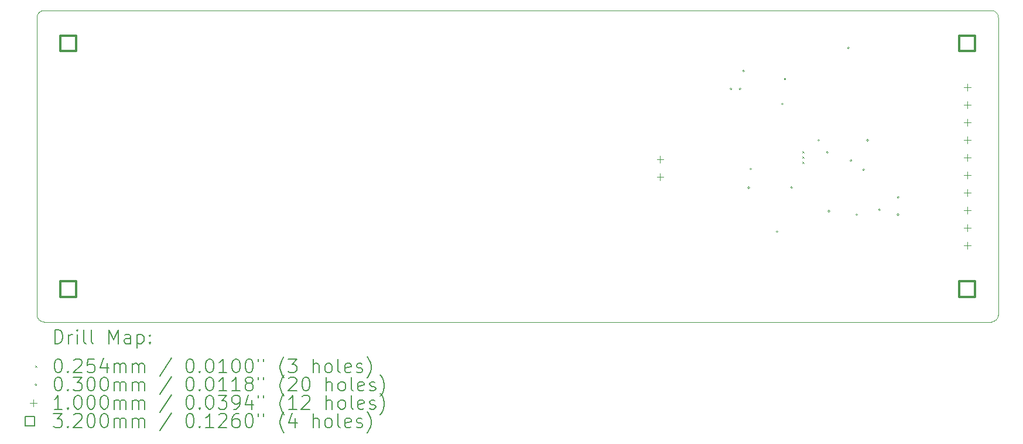
<source format=gbr>
%TF.GenerationSoftware,KiCad,Pcbnew,8.0.5*%
%TF.CreationDate,2024-12-09T00:19:35-08:00*%
%TF.ProjectId,newbatt,6e657762-6174-4742-9e6b-696361645f70,3*%
%TF.SameCoordinates,Original*%
%TF.FileFunction,Drillmap*%
%TF.FilePolarity,Positive*%
%FSLAX45Y45*%
G04 Gerber Fmt 4.5, Leading zero omitted, Abs format (unit mm)*
G04 Created by KiCad (PCBNEW 8.0.5) date 2024-12-09 00:19:35*
%MOMM*%
%LPD*%
G01*
G04 APERTURE LIST*
%ADD10C,0.050000*%
%ADD11C,0.200000*%
%ADD12C,0.100000*%
%ADD13C,0.320000*%
G04 APERTURE END LIST*
D10*
X15400000Y-5900000D02*
G75*
G02*
X15300000Y-6000000I-100000J0D01*
G01*
X1500000Y-1600000D02*
G75*
G02*
X1600000Y-1500000I100000J0D01*
G01*
X1500000Y-1600000D02*
X1500000Y-5900000D01*
X15400000Y-5900000D02*
X15400000Y-1600000D01*
X1600000Y-1500000D02*
X15300000Y-1500000D01*
X1600000Y-6000000D02*
G75*
G02*
X1500000Y-5900000I0J100000D01*
G01*
X1600000Y-6000000D02*
X15300000Y-6000000D01*
X15300000Y-1500000D02*
G75*
G02*
X15400000Y-1600000I0J-100000D01*
G01*
D11*
D12*
X12562300Y-3529820D02*
X12587700Y-3555220D01*
X12587700Y-3529820D02*
X12562300Y-3555220D01*
X12562300Y-3608560D02*
X12587700Y-3633960D01*
X12587700Y-3608560D02*
X12562300Y-3633960D01*
X12562300Y-3687300D02*
X12587700Y-3712700D01*
X12587700Y-3687300D02*
X12562300Y-3712700D01*
X11550000Y-2632500D02*
G75*
G02*
X11520000Y-2632500I-15000J0D01*
G01*
X11520000Y-2632500D02*
G75*
G02*
X11550000Y-2632500I15000J0D01*
G01*
X11680000Y-2632500D02*
G75*
G02*
X11650000Y-2632500I-15000J0D01*
G01*
X11650000Y-2632500D02*
G75*
G02*
X11680000Y-2632500I15000J0D01*
G01*
X11730000Y-2375000D02*
G75*
G02*
X11700000Y-2375000I-15000J0D01*
G01*
X11700000Y-2375000D02*
G75*
G02*
X11730000Y-2375000I15000J0D01*
G01*
X11805000Y-4060000D02*
G75*
G02*
X11775000Y-4060000I-15000J0D01*
G01*
X11775000Y-4060000D02*
G75*
G02*
X11805000Y-4060000I15000J0D01*
G01*
X11835000Y-3790000D02*
G75*
G02*
X11805000Y-3790000I-15000J0D01*
G01*
X11805000Y-3790000D02*
G75*
G02*
X11835000Y-3790000I15000J0D01*
G01*
X12215000Y-4695000D02*
G75*
G02*
X12185000Y-4695000I-15000J0D01*
G01*
X12185000Y-4695000D02*
G75*
G02*
X12215000Y-4695000I15000J0D01*
G01*
X12290000Y-2850000D02*
G75*
G02*
X12260000Y-2850000I-15000J0D01*
G01*
X12260000Y-2850000D02*
G75*
G02*
X12290000Y-2850000I15000J0D01*
G01*
X12330000Y-2490000D02*
G75*
G02*
X12300000Y-2490000I-15000J0D01*
G01*
X12300000Y-2490000D02*
G75*
G02*
X12330000Y-2490000I15000J0D01*
G01*
X12425000Y-4060000D02*
G75*
G02*
X12395000Y-4060000I-15000J0D01*
G01*
X12395000Y-4060000D02*
G75*
G02*
X12425000Y-4060000I15000J0D01*
G01*
X12815000Y-3375000D02*
G75*
G02*
X12785000Y-3375000I-15000J0D01*
G01*
X12785000Y-3375000D02*
G75*
G02*
X12815000Y-3375000I15000J0D01*
G01*
X12940000Y-3550000D02*
G75*
G02*
X12910000Y-3550000I-15000J0D01*
G01*
X12910000Y-3550000D02*
G75*
G02*
X12940000Y-3550000I15000J0D01*
G01*
X12965000Y-4400000D02*
G75*
G02*
X12935000Y-4400000I-15000J0D01*
G01*
X12935000Y-4400000D02*
G75*
G02*
X12965000Y-4400000I15000J0D01*
G01*
X13245000Y-2040000D02*
G75*
G02*
X13215000Y-2040000I-15000J0D01*
G01*
X13215000Y-2040000D02*
G75*
G02*
X13245000Y-2040000I15000J0D01*
G01*
X13285000Y-3670000D02*
G75*
G02*
X13255000Y-3670000I-15000J0D01*
G01*
X13255000Y-3670000D02*
G75*
G02*
X13285000Y-3670000I15000J0D01*
G01*
X13365000Y-4450000D02*
G75*
G02*
X13335000Y-4450000I-15000J0D01*
G01*
X13335000Y-4450000D02*
G75*
G02*
X13365000Y-4450000I15000J0D01*
G01*
X13465000Y-3800000D02*
G75*
G02*
X13435000Y-3800000I-15000J0D01*
G01*
X13435000Y-3800000D02*
G75*
G02*
X13465000Y-3800000I15000J0D01*
G01*
X13525000Y-3375000D02*
G75*
G02*
X13495000Y-3375000I-15000J0D01*
G01*
X13495000Y-3375000D02*
G75*
G02*
X13525000Y-3375000I15000J0D01*
G01*
X13695377Y-4379623D02*
G75*
G02*
X13665377Y-4379623I-15000J0D01*
G01*
X13665377Y-4379623D02*
G75*
G02*
X13695377Y-4379623I15000J0D01*
G01*
X13965000Y-4200000D02*
G75*
G02*
X13935000Y-4200000I-15000J0D01*
G01*
X13935000Y-4200000D02*
G75*
G02*
X13965000Y-4200000I15000J0D01*
G01*
X13965000Y-4450000D02*
G75*
G02*
X13935000Y-4450000I-15000J0D01*
G01*
X13935000Y-4450000D02*
G75*
G02*
X13965000Y-4450000I15000J0D01*
G01*
X10510000Y-3603500D02*
X10510000Y-3703500D01*
X10460000Y-3653500D02*
X10560000Y-3653500D01*
X10510000Y-3857500D02*
X10510000Y-3957500D01*
X10460000Y-3907500D02*
X10560000Y-3907500D01*
X14950000Y-2557000D02*
X14950000Y-2657000D01*
X14900000Y-2607000D02*
X15000000Y-2607000D01*
X14950000Y-2811000D02*
X14950000Y-2911000D01*
X14900000Y-2861000D02*
X15000000Y-2861000D01*
X14950000Y-3065000D02*
X14950000Y-3165000D01*
X14900000Y-3115000D02*
X15000000Y-3115000D01*
X14950000Y-3319000D02*
X14950000Y-3419000D01*
X14900000Y-3369000D02*
X15000000Y-3369000D01*
X14950000Y-3573000D02*
X14950000Y-3673000D01*
X14900000Y-3623000D02*
X15000000Y-3623000D01*
X14950000Y-3827000D02*
X14950000Y-3927000D01*
X14900000Y-3877000D02*
X15000000Y-3877000D01*
X14950000Y-4081000D02*
X14950000Y-4181000D01*
X14900000Y-4131000D02*
X15000000Y-4131000D01*
X14950000Y-4335000D02*
X14950000Y-4435000D01*
X14900000Y-4385000D02*
X15000000Y-4385000D01*
X14950000Y-4589000D02*
X14950000Y-4689000D01*
X14900000Y-4639000D02*
X15000000Y-4639000D01*
X14950000Y-4843000D02*
X14950000Y-4943000D01*
X14900000Y-4893000D02*
X15000000Y-4893000D01*
D13*
X2063138Y-2088138D02*
X2063138Y-1861862D01*
X1836862Y-1861862D01*
X1836862Y-2088138D01*
X2063138Y-2088138D01*
X2063138Y-5638138D02*
X2063138Y-5411862D01*
X1836862Y-5411862D01*
X1836862Y-5638138D01*
X2063138Y-5638138D01*
X15063138Y-2088138D02*
X15063138Y-1861862D01*
X14836862Y-1861862D01*
X14836862Y-2088138D01*
X15063138Y-2088138D01*
X15063138Y-5638138D02*
X15063138Y-5411862D01*
X14836862Y-5411862D01*
X14836862Y-5638138D01*
X15063138Y-5638138D01*
D11*
X1758277Y-6313984D02*
X1758277Y-6113984D01*
X1758277Y-6113984D02*
X1805896Y-6113984D01*
X1805896Y-6113984D02*
X1834467Y-6123508D01*
X1834467Y-6123508D02*
X1853515Y-6142555D01*
X1853515Y-6142555D02*
X1863039Y-6161603D01*
X1863039Y-6161603D02*
X1872562Y-6199698D01*
X1872562Y-6199698D02*
X1872562Y-6228269D01*
X1872562Y-6228269D02*
X1863039Y-6266365D01*
X1863039Y-6266365D02*
X1853515Y-6285412D01*
X1853515Y-6285412D02*
X1834467Y-6304460D01*
X1834467Y-6304460D02*
X1805896Y-6313984D01*
X1805896Y-6313984D02*
X1758277Y-6313984D01*
X1958277Y-6313984D02*
X1958277Y-6180650D01*
X1958277Y-6218746D02*
X1967801Y-6199698D01*
X1967801Y-6199698D02*
X1977324Y-6190174D01*
X1977324Y-6190174D02*
X1996372Y-6180650D01*
X1996372Y-6180650D02*
X2015420Y-6180650D01*
X2082086Y-6313984D02*
X2082086Y-6180650D01*
X2082086Y-6113984D02*
X2072562Y-6123508D01*
X2072562Y-6123508D02*
X2082086Y-6133031D01*
X2082086Y-6133031D02*
X2091610Y-6123508D01*
X2091610Y-6123508D02*
X2082086Y-6113984D01*
X2082086Y-6113984D02*
X2082086Y-6133031D01*
X2205896Y-6313984D02*
X2186848Y-6304460D01*
X2186848Y-6304460D02*
X2177324Y-6285412D01*
X2177324Y-6285412D02*
X2177324Y-6113984D01*
X2310658Y-6313984D02*
X2291610Y-6304460D01*
X2291610Y-6304460D02*
X2282086Y-6285412D01*
X2282086Y-6285412D02*
X2282086Y-6113984D01*
X2539229Y-6313984D02*
X2539229Y-6113984D01*
X2539229Y-6113984D02*
X2605896Y-6256841D01*
X2605896Y-6256841D02*
X2672563Y-6113984D01*
X2672563Y-6113984D02*
X2672563Y-6313984D01*
X2853515Y-6313984D02*
X2853515Y-6209222D01*
X2853515Y-6209222D02*
X2843991Y-6190174D01*
X2843991Y-6190174D02*
X2824943Y-6180650D01*
X2824943Y-6180650D02*
X2786848Y-6180650D01*
X2786848Y-6180650D02*
X2767801Y-6190174D01*
X2853515Y-6304460D02*
X2834467Y-6313984D01*
X2834467Y-6313984D02*
X2786848Y-6313984D01*
X2786848Y-6313984D02*
X2767801Y-6304460D01*
X2767801Y-6304460D02*
X2758277Y-6285412D01*
X2758277Y-6285412D02*
X2758277Y-6266365D01*
X2758277Y-6266365D02*
X2767801Y-6247317D01*
X2767801Y-6247317D02*
X2786848Y-6237793D01*
X2786848Y-6237793D02*
X2834467Y-6237793D01*
X2834467Y-6237793D02*
X2853515Y-6228269D01*
X2948753Y-6180650D02*
X2948753Y-6380650D01*
X2948753Y-6190174D02*
X2967801Y-6180650D01*
X2967801Y-6180650D02*
X3005896Y-6180650D01*
X3005896Y-6180650D02*
X3024943Y-6190174D01*
X3024943Y-6190174D02*
X3034467Y-6199698D01*
X3034467Y-6199698D02*
X3043991Y-6218746D01*
X3043991Y-6218746D02*
X3043991Y-6275888D01*
X3043991Y-6275888D02*
X3034467Y-6294936D01*
X3034467Y-6294936D02*
X3024943Y-6304460D01*
X3024943Y-6304460D02*
X3005896Y-6313984D01*
X3005896Y-6313984D02*
X2967801Y-6313984D01*
X2967801Y-6313984D02*
X2948753Y-6304460D01*
X3129705Y-6294936D02*
X3139229Y-6304460D01*
X3139229Y-6304460D02*
X3129705Y-6313984D01*
X3129705Y-6313984D02*
X3120182Y-6304460D01*
X3120182Y-6304460D02*
X3129705Y-6294936D01*
X3129705Y-6294936D02*
X3129705Y-6313984D01*
X3129705Y-6190174D02*
X3139229Y-6199698D01*
X3139229Y-6199698D02*
X3129705Y-6209222D01*
X3129705Y-6209222D02*
X3120182Y-6199698D01*
X3120182Y-6199698D02*
X3129705Y-6190174D01*
X3129705Y-6190174D02*
X3129705Y-6209222D01*
D12*
X1472100Y-6629800D02*
X1497500Y-6655200D01*
X1497500Y-6629800D02*
X1472100Y-6655200D01*
D11*
X1796372Y-6533984D02*
X1815420Y-6533984D01*
X1815420Y-6533984D02*
X1834467Y-6543508D01*
X1834467Y-6543508D02*
X1843991Y-6553031D01*
X1843991Y-6553031D02*
X1853515Y-6572079D01*
X1853515Y-6572079D02*
X1863039Y-6610174D01*
X1863039Y-6610174D02*
X1863039Y-6657793D01*
X1863039Y-6657793D02*
X1853515Y-6695888D01*
X1853515Y-6695888D02*
X1843991Y-6714936D01*
X1843991Y-6714936D02*
X1834467Y-6724460D01*
X1834467Y-6724460D02*
X1815420Y-6733984D01*
X1815420Y-6733984D02*
X1796372Y-6733984D01*
X1796372Y-6733984D02*
X1777324Y-6724460D01*
X1777324Y-6724460D02*
X1767801Y-6714936D01*
X1767801Y-6714936D02*
X1758277Y-6695888D01*
X1758277Y-6695888D02*
X1748753Y-6657793D01*
X1748753Y-6657793D02*
X1748753Y-6610174D01*
X1748753Y-6610174D02*
X1758277Y-6572079D01*
X1758277Y-6572079D02*
X1767801Y-6553031D01*
X1767801Y-6553031D02*
X1777324Y-6543508D01*
X1777324Y-6543508D02*
X1796372Y-6533984D01*
X1948753Y-6714936D02*
X1958277Y-6724460D01*
X1958277Y-6724460D02*
X1948753Y-6733984D01*
X1948753Y-6733984D02*
X1939229Y-6724460D01*
X1939229Y-6724460D02*
X1948753Y-6714936D01*
X1948753Y-6714936D02*
X1948753Y-6733984D01*
X2034467Y-6553031D02*
X2043991Y-6543508D01*
X2043991Y-6543508D02*
X2063039Y-6533984D01*
X2063039Y-6533984D02*
X2110658Y-6533984D01*
X2110658Y-6533984D02*
X2129705Y-6543508D01*
X2129705Y-6543508D02*
X2139229Y-6553031D01*
X2139229Y-6553031D02*
X2148753Y-6572079D01*
X2148753Y-6572079D02*
X2148753Y-6591127D01*
X2148753Y-6591127D02*
X2139229Y-6619698D01*
X2139229Y-6619698D02*
X2024943Y-6733984D01*
X2024943Y-6733984D02*
X2148753Y-6733984D01*
X2329705Y-6533984D02*
X2234467Y-6533984D01*
X2234467Y-6533984D02*
X2224944Y-6629222D01*
X2224944Y-6629222D02*
X2234467Y-6619698D01*
X2234467Y-6619698D02*
X2253515Y-6610174D01*
X2253515Y-6610174D02*
X2301134Y-6610174D01*
X2301134Y-6610174D02*
X2320182Y-6619698D01*
X2320182Y-6619698D02*
X2329705Y-6629222D01*
X2329705Y-6629222D02*
X2339229Y-6648269D01*
X2339229Y-6648269D02*
X2339229Y-6695888D01*
X2339229Y-6695888D02*
X2329705Y-6714936D01*
X2329705Y-6714936D02*
X2320182Y-6724460D01*
X2320182Y-6724460D02*
X2301134Y-6733984D01*
X2301134Y-6733984D02*
X2253515Y-6733984D01*
X2253515Y-6733984D02*
X2234467Y-6724460D01*
X2234467Y-6724460D02*
X2224944Y-6714936D01*
X2510658Y-6600650D02*
X2510658Y-6733984D01*
X2463039Y-6524460D02*
X2415420Y-6667317D01*
X2415420Y-6667317D02*
X2539229Y-6667317D01*
X2615420Y-6733984D02*
X2615420Y-6600650D01*
X2615420Y-6619698D02*
X2624944Y-6610174D01*
X2624944Y-6610174D02*
X2643991Y-6600650D01*
X2643991Y-6600650D02*
X2672563Y-6600650D01*
X2672563Y-6600650D02*
X2691610Y-6610174D01*
X2691610Y-6610174D02*
X2701134Y-6629222D01*
X2701134Y-6629222D02*
X2701134Y-6733984D01*
X2701134Y-6629222D02*
X2710658Y-6610174D01*
X2710658Y-6610174D02*
X2729705Y-6600650D01*
X2729705Y-6600650D02*
X2758277Y-6600650D01*
X2758277Y-6600650D02*
X2777325Y-6610174D01*
X2777325Y-6610174D02*
X2786848Y-6629222D01*
X2786848Y-6629222D02*
X2786848Y-6733984D01*
X2882086Y-6733984D02*
X2882086Y-6600650D01*
X2882086Y-6619698D02*
X2891610Y-6610174D01*
X2891610Y-6610174D02*
X2910658Y-6600650D01*
X2910658Y-6600650D02*
X2939229Y-6600650D01*
X2939229Y-6600650D02*
X2958277Y-6610174D01*
X2958277Y-6610174D02*
X2967801Y-6629222D01*
X2967801Y-6629222D02*
X2967801Y-6733984D01*
X2967801Y-6629222D02*
X2977324Y-6610174D01*
X2977324Y-6610174D02*
X2996372Y-6600650D01*
X2996372Y-6600650D02*
X3024943Y-6600650D01*
X3024943Y-6600650D02*
X3043991Y-6610174D01*
X3043991Y-6610174D02*
X3053515Y-6629222D01*
X3053515Y-6629222D02*
X3053515Y-6733984D01*
X3443991Y-6524460D02*
X3272563Y-6781603D01*
X3701134Y-6533984D02*
X3720182Y-6533984D01*
X3720182Y-6533984D02*
X3739229Y-6543508D01*
X3739229Y-6543508D02*
X3748753Y-6553031D01*
X3748753Y-6553031D02*
X3758277Y-6572079D01*
X3758277Y-6572079D02*
X3767801Y-6610174D01*
X3767801Y-6610174D02*
X3767801Y-6657793D01*
X3767801Y-6657793D02*
X3758277Y-6695888D01*
X3758277Y-6695888D02*
X3748753Y-6714936D01*
X3748753Y-6714936D02*
X3739229Y-6724460D01*
X3739229Y-6724460D02*
X3720182Y-6733984D01*
X3720182Y-6733984D02*
X3701134Y-6733984D01*
X3701134Y-6733984D02*
X3682086Y-6724460D01*
X3682086Y-6724460D02*
X3672563Y-6714936D01*
X3672563Y-6714936D02*
X3663039Y-6695888D01*
X3663039Y-6695888D02*
X3653515Y-6657793D01*
X3653515Y-6657793D02*
X3653515Y-6610174D01*
X3653515Y-6610174D02*
X3663039Y-6572079D01*
X3663039Y-6572079D02*
X3672563Y-6553031D01*
X3672563Y-6553031D02*
X3682086Y-6543508D01*
X3682086Y-6543508D02*
X3701134Y-6533984D01*
X3853515Y-6714936D02*
X3863039Y-6724460D01*
X3863039Y-6724460D02*
X3853515Y-6733984D01*
X3853515Y-6733984D02*
X3843991Y-6724460D01*
X3843991Y-6724460D02*
X3853515Y-6714936D01*
X3853515Y-6714936D02*
X3853515Y-6733984D01*
X3986848Y-6533984D02*
X4005896Y-6533984D01*
X4005896Y-6533984D02*
X4024944Y-6543508D01*
X4024944Y-6543508D02*
X4034467Y-6553031D01*
X4034467Y-6553031D02*
X4043991Y-6572079D01*
X4043991Y-6572079D02*
X4053515Y-6610174D01*
X4053515Y-6610174D02*
X4053515Y-6657793D01*
X4053515Y-6657793D02*
X4043991Y-6695888D01*
X4043991Y-6695888D02*
X4034467Y-6714936D01*
X4034467Y-6714936D02*
X4024944Y-6724460D01*
X4024944Y-6724460D02*
X4005896Y-6733984D01*
X4005896Y-6733984D02*
X3986848Y-6733984D01*
X3986848Y-6733984D02*
X3967801Y-6724460D01*
X3967801Y-6724460D02*
X3958277Y-6714936D01*
X3958277Y-6714936D02*
X3948753Y-6695888D01*
X3948753Y-6695888D02*
X3939229Y-6657793D01*
X3939229Y-6657793D02*
X3939229Y-6610174D01*
X3939229Y-6610174D02*
X3948753Y-6572079D01*
X3948753Y-6572079D02*
X3958277Y-6553031D01*
X3958277Y-6553031D02*
X3967801Y-6543508D01*
X3967801Y-6543508D02*
X3986848Y-6533984D01*
X4243991Y-6733984D02*
X4129706Y-6733984D01*
X4186848Y-6733984D02*
X4186848Y-6533984D01*
X4186848Y-6533984D02*
X4167801Y-6562555D01*
X4167801Y-6562555D02*
X4148753Y-6581603D01*
X4148753Y-6581603D02*
X4129706Y-6591127D01*
X4367801Y-6533984D02*
X4386849Y-6533984D01*
X4386849Y-6533984D02*
X4405896Y-6543508D01*
X4405896Y-6543508D02*
X4415420Y-6553031D01*
X4415420Y-6553031D02*
X4424944Y-6572079D01*
X4424944Y-6572079D02*
X4434468Y-6610174D01*
X4434468Y-6610174D02*
X4434468Y-6657793D01*
X4434468Y-6657793D02*
X4424944Y-6695888D01*
X4424944Y-6695888D02*
X4415420Y-6714936D01*
X4415420Y-6714936D02*
X4405896Y-6724460D01*
X4405896Y-6724460D02*
X4386849Y-6733984D01*
X4386849Y-6733984D02*
X4367801Y-6733984D01*
X4367801Y-6733984D02*
X4348753Y-6724460D01*
X4348753Y-6724460D02*
X4339229Y-6714936D01*
X4339229Y-6714936D02*
X4329706Y-6695888D01*
X4329706Y-6695888D02*
X4320182Y-6657793D01*
X4320182Y-6657793D02*
X4320182Y-6610174D01*
X4320182Y-6610174D02*
X4329706Y-6572079D01*
X4329706Y-6572079D02*
X4339229Y-6553031D01*
X4339229Y-6553031D02*
X4348753Y-6543508D01*
X4348753Y-6543508D02*
X4367801Y-6533984D01*
X4558277Y-6533984D02*
X4577325Y-6533984D01*
X4577325Y-6533984D02*
X4596372Y-6543508D01*
X4596372Y-6543508D02*
X4605896Y-6553031D01*
X4605896Y-6553031D02*
X4615420Y-6572079D01*
X4615420Y-6572079D02*
X4624944Y-6610174D01*
X4624944Y-6610174D02*
X4624944Y-6657793D01*
X4624944Y-6657793D02*
X4615420Y-6695888D01*
X4615420Y-6695888D02*
X4605896Y-6714936D01*
X4605896Y-6714936D02*
X4596372Y-6724460D01*
X4596372Y-6724460D02*
X4577325Y-6733984D01*
X4577325Y-6733984D02*
X4558277Y-6733984D01*
X4558277Y-6733984D02*
X4539229Y-6724460D01*
X4539229Y-6724460D02*
X4529706Y-6714936D01*
X4529706Y-6714936D02*
X4520182Y-6695888D01*
X4520182Y-6695888D02*
X4510658Y-6657793D01*
X4510658Y-6657793D02*
X4510658Y-6610174D01*
X4510658Y-6610174D02*
X4520182Y-6572079D01*
X4520182Y-6572079D02*
X4529706Y-6553031D01*
X4529706Y-6553031D02*
X4539229Y-6543508D01*
X4539229Y-6543508D02*
X4558277Y-6533984D01*
X4701134Y-6533984D02*
X4701134Y-6572079D01*
X4777325Y-6533984D02*
X4777325Y-6572079D01*
X5072563Y-6810174D02*
X5063039Y-6800650D01*
X5063039Y-6800650D02*
X5043991Y-6772079D01*
X5043991Y-6772079D02*
X5034468Y-6753031D01*
X5034468Y-6753031D02*
X5024944Y-6724460D01*
X5024944Y-6724460D02*
X5015420Y-6676841D01*
X5015420Y-6676841D02*
X5015420Y-6638746D01*
X5015420Y-6638746D02*
X5024944Y-6591127D01*
X5024944Y-6591127D02*
X5034468Y-6562555D01*
X5034468Y-6562555D02*
X5043991Y-6543508D01*
X5043991Y-6543508D02*
X5063039Y-6514936D01*
X5063039Y-6514936D02*
X5072563Y-6505412D01*
X5129706Y-6533984D02*
X5253515Y-6533984D01*
X5253515Y-6533984D02*
X5186849Y-6610174D01*
X5186849Y-6610174D02*
X5215420Y-6610174D01*
X5215420Y-6610174D02*
X5234468Y-6619698D01*
X5234468Y-6619698D02*
X5243991Y-6629222D01*
X5243991Y-6629222D02*
X5253515Y-6648269D01*
X5253515Y-6648269D02*
X5253515Y-6695888D01*
X5253515Y-6695888D02*
X5243991Y-6714936D01*
X5243991Y-6714936D02*
X5234468Y-6724460D01*
X5234468Y-6724460D02*
X5215420Y-6733984D01*
X5215420Y-6733984D02*
X5158277Y-6733984D01*
X5158277Y-6733984D02*
X5139230Y-6724460D01*
X5139230Y-6724460D02*
X5129706Y-6714936D01*
X5491611Y-6733984D02*
X5491611Y-6533984D01*
X5577325Y-6733984D02*
X5577325Y-6629222D01*
X5577325Y-6629222D02*
X5567801Y-6610174D01*
X5567801Y-6610174D02*
X5548753Y-6600650D01*
X5548753Y-6600650D02*
X5520182Y-6600650D01*
X5520182Y-6600650D02*
X5501134Y-6610174D01*
X5501134Y-6610174D02*
X5491611Y-6619698D01*
X5701134Y-6733984D02*
X5682087Y-6724460D01*
X5682087Y-6724460D02*
X5672563Y-6714936D01*
X5672563Y-6714936D02*
X5663039Y-6695888D01*
X5663039Y-6695888D02*
X5663039Y-6638746D01*
X5663039Y-6638746D02*
X5672563Y-6619698D01*
X5672563Y-6619698D02*
X5682087Y-6610174D01*
X5682087Y-6610174D02*
X5701134Y-6600650D01*
X5701134Y-6600650D02*
X5729706Y-6600650D01*
X5729706Y-6600650D02*
X5748753Y-6610174D01*
X5748753Y-6610174D02*
X5758277Y-6619698D01*
X5758277Y-6619698D02*
X5767801Y-6638746D01*
X5767801Y-6638746D02*
X5767801Y-6695888D01*
X5767801Y-6695888D02*
X5758277Y-6714936D01*
X5758277Y-6714936D02*
X5748753Y-6724460D01*
X5748753Y-6724460D02*
X5729706Y-6733984D01*
X5729706Y-6733984D02*
X5701134Y-6733984D01*
X5882087Y-6733984D02*
X5863039Y-6724460D01*
X5863039Y-6724460D02*
X5853515Y-6705412D01*
X5853515Y-6705412D02*
X5853515Y-6533984D01*
X6034468Y-6724460D02*
X6015420Y-6733984D01*
X6015420Y-6733984D02*
X5977325Y-6733984D01*
X5977325Y-6733984D02*
X5958277Y-6724460D01*
X5958277Y-6724460D02*
X5948753Y-6705412D01*
X5948753Y-6705412D02*
X5948753Y-6629222D01*
X5948753Y-6629222D02*
X5958277Y-6610174D01*
X5958277Y-6610174D02*
X5977325Y-6600650D01*
X5977325Y-6600650D02*
X6015420Y-6600650D01*
X6015420Y-6600650D02*
X6034468Y-6610174D01*
X6034468Y-6610174D02*
X6043991Y-6629222D01*
X6043991Y-6629222D02*
X6043991Y-6648269D01*
X6043991Y-6648269D02*
X5948753Y-6667317D01*
X6120182Y-6724460D02*
X6139230Y-6733984D01*
X6139230Y-6733984D02*
X6177325Y-6733984D01*
X6177325Y-6733984D02*
X6196372Y-6724460D01*
X6196372Y-6724460D02*
X6205896Y-6705412D01*
X6205896Y-6705412D02*
X6205896Y-6695888D01*
X6205896Y-6695888D02*
X6196372Y-6676841D01*
X6196372Y-6676841D02*
X6177325Y-6667317D01*
X6177325Y-6667317D02*
X6148753Y-6667317D01*
X6148753Y-6667317D02*
X6129706Y-6657793D01*
X6129706Y-6657793D02*
X6120182Y-6638746D01*
X6120182Y-6638746D02*
X6120182Y-6629222D01*
X6120182Y-6629222D02*
X6129706Y-6610174D01*
X6129706Y-6610174D02*
X6148753Y-6600650D01*
X6148753Y-6600650D02*
X6177325Y-6600650D01*
X6177325Y-6600650D02*
X6196372Y-6610174D01*
X6272563Y-6810174D02*
X6282087Y-6800650D01*
X6282087Y-6800650D02*
X6301134Y-6772079D01*
X6301134Y-6772079D02*
X6310658Y-6753031D01*
X6310658Y-6753031D02*
X6320182Y-6724460D01*
X6320182Y-6724460D02*
X6329706Y-6676841D01*
X6329706Y-6676841D02*
X6329706Y-6638746D01*
X6329706Y-6638746D02*
X6320182Y-6591127D01*
X6320182Y-6591127D02*
X6310658Y-6562555D01*
X6310658Y-6562555D02*
X6301134Y-6543508D01*
X6301134Y-6543508D02*
X6282087Y-6514936D01*
X6282087Y-6514936D02*
X6272563Y-6505412D01*
D12*
X1497500Y-6906500D02*
G75*
G02*
X1467500Y-6906500I-15000J0D01*
G01*
X1467500Y-6906500D02*
G75*
G02*
X1497500Y-6906500I15000J0D01*
G01*
D11*
X1796372Y-6797984D02*
X1815420Y-6797984D01*
X1815420Y-6797984D02*
X1834467Y-6807508D01*
X1834467Y-6807508D02*
X1843991Y-6817031D01*
X1843991Y-6817031D02*
X1853515Y-6836079D01*
X1853515Y-6836079D02*
X1863039Y-6874174D01*
X1863039Y-6874174D02*
X1863039Y-6921793D01*
X1863039Y-6921793D02*
X1853515Y-6959888D01*
X1853515Y-6959888D02*
X1843991Y-6978936D01*
X1843991Y-6978936D02*
X1834467Y-6988460D01*
X1834467Y-6988460D02*
X1815420Y-6997984D01*
X1815420Y-6997984D02*
X1796372Y-6997984D01*
X1796372Y-6997984D02*
X1777324Y-6988460D01*
X1777324Y-6988460D02*
X1767801Y-6978936D01*
X1767801Y-6978936D02*
X1758277Y-6959888D01*
X1758277Y-6959888D02*
X1748753Y-6921793D01*
X1748753Y-6921793D02*
X1748753Y-6874174D01*
X1748753Y-6874174D02*
X1758277Y-6836079D01*
X1758277Y-6836079D02*
X1767801Y-6817031D01*
X1767801Y-6817031D02*
X1777324Y-6807508D01*
X1777324Y-6807508D02*
X1796372Y-6797984D01*
X1948753Y-6978936D02*
X1958277Y-6988460D01*
X1958277Y-6988460D02*
X1948753Y-6997984D01*
X1948753Y-6997984D02*
X1939229Y-6988460D01*
X1939229Y-6988460D02*
X1948753Y-6978936D01*
X1948753Y-6978936D02*
X1948753Y-6997984D01*
X2024943Y-6797984D02*
X2148753Y-6797984D01*
X2148753Y-6797984D02*
X2082086Y-6874174D01*
X2082086Y-6874174D02*
X2110658Y-6874174D01*
X2110658Y-6874174D02*
X2129705Y-6883698D01*
X2129705Y-6883698D02*
X2139229Y-6893222D01*
X2139229Y-6893222D02*
X2148753Y-6912269D01*
X2148753Y-6912269D02*
X2148753Y-6959888D01*
X2148753Y-6959888D02*
X2139229Y-6978936D01*
X2139229Y-6978936D02*
X2129705Y-6988460D01*
X2129705Y-6988460D02*
X2110658Y-6997984D01*
X2110658Y-6997984D02*
X2053515Y-6997984D01*
X2053515Y-6997984D02*
X2034467Y-6988460D01*
X2034467Y-6988460D02*
X2024943Y-6978936D01*
X2272563Y-6797984D02*
X2291610Y-6797984D01*
X2291610Y-6797984D02*
X2310658Y-6807508D01*
X2310658Y-6807508D02*
X2320182Y-6817031D01*
X2320182Y-6817031D02*
X2329705Y-6836079D01*
X2329705Y-6836079D02*
X2339229Y-6874174D01*
X2339229Y-6874174D02*
X2339229Y-6921793D01*
X2339229Y-6921793D02*
X2329705Y-6959888D01*
X2329705Y-6959888D02*
X2320182Y-6978936D01*
X2320182Y-6978936D02*
X2310658Y-6988460D01*
X2310658Y-6988460D02*
X2291610Y-6997984D01*
X2291610Y-6997984D02*
X2272563Y-6997984D01*
X2272563Y-6997984D02*
X2253515Y-6988460D01*
X2253515Y-6988460D02*
X2243991Y-6978936D01*
X2243991Y-6978936D02*
X2234467Y-6959888D01*
X2234467Y-6959888D02*
X2224944Y-6921793D01*
X2224944Y-6921793D02*
X2224944Y-6874174D01*
X2224944Y-6874174D02*
X2234467Y-6836079D01*
X2234467Y-6836079D02*
X2243991Y-6817031D01*
X2243991Y-6817031D02*
X2253515Y-6807508D01*
X2253515Y-6807508D02*
X2272563Y-6797984D01*
X2463039Y-6797984D02*
X2482086Y-6797984D01*
X2482086Y-6797984D02*
X2501134Y-6807508D01*
X2501134Y-6807508D02*
X2510658Y-6817031D01*
X2510658Y-6817031D02*
X2520182Y-6836079D01*
X2520182Y-6836079D02*
X2529705Y-6874174D01*
X2529705Y-6874174D02*
X2529705Y-6921793D01*
X2529705Y-6921793D02*
X2520182Y-6959888D01*
X2520182Y-6959888D02*
X2510658Y-6978936D01*
X2510658Y-6978936D02*
X2501134Y-6988460D01*
X2501134Y-6988460D02*
X2482086Y-6997984D01*
X2482086Y-6997984D02*
X2463039Y-6997984D01*
X2463039Y-6997984D02*
X2443991Y-6988460D01*
X2443991Y-6988460D02*
X2434467Y-6978936D01*
X2434467Y-6978936D02*
X2424944Y-6959888D01*
X2424944Y-6959888D02*
X2415420Y-6921793D01*
X2415420Y-6921793D02*
X2415420Y-6874174D01*
X2415420Y-6874174D02*
X2424944Y-6836079D01*
X2424944Y-6836079D02*
X2434467Y-6817031D01*
X2434467Y-6817031D02*
X2443991Y-6807508D01*
X2443991Y-6807508D02*
X2463039Y-6797984D01*
X2615420Y-6997984D02*
X2615420Y-6864650D01*
X2615420Y-6883698D02*
X2624944Y-6874174D01*
X2624944Y-6874174D02*
X2643991Y-6864650D01*
X2643991Y-6864650D02*
X2672563Y-6864650D01*
X2672563Y-6864650D02*
X2691610Y-6874174D01*
X2691610Y-6874174D02*
X2701134Y-6893222D01*
X2701134Y-6893222D02*
X2701134Y-6997984D01*
X2701134Y-6893222D02*
X2710658Y-6874174D01*
X2710658Y-6874174D02*
X2729705Y-6864650D01*
X2729705Y-6864650D02*
X2758277Y-6864650D01*
X2758277Y-6864650D02*
X2777325Y-6874174D01*
X2777325Y-6874174D02*
X2786848Y-6893222D01*
X2786848Y-6893222D02*
X2786848Y-6997984D01*
X2882086Y-6997984D02*
X2882086Y-6864650D01*
X2882086Y-6883698D02*
X2891610Y-6874174D01*
X2891610Y-6874174D02*
X2910658Y-6864650D01*
X2910658Y-6864650D02*
X2939229Y-6864650D01*
X2939229Y-6864650D02*
X2958277Y-6874174D01*
X2958277Y-6874174D02*
X2967801Y-6893222D01*
X2967801Y-6893222D02*
X2967801Y-6997984D01*
X2967801Y-6893222D02*
X2977324Y-6874174D01*
X2977324Y-6874174D02*
X2996372Y-6864650D01*
X2996372Y-6864650D02*
X3024943Y-6864650D01*
X3024943Y-6864650D02*
X3043991Y-6874174D01*
X3043991Y-6874174D02*
X3053515Y-6893222D01*
X3053515Y-6893222D02*
X3053515Y-6997984D01*
X3443991Y-6788460D02*
X3272563Y-7045603D01*
X3701134Y-6797984D02*
X3720182Y-6797984D01*
X3720182Y-6797984D02*
X3739229Y-6807508D01*
X3739229Y-6807508D02*
X3748753Y-6817031D01*
X3748753Y-6817031D02*
X3758277Y-6836079D01*
X3758277Y-6836079D02*
X3767801Y-6874174D01*
X3767801Y-6874174D02*
X3767801Y-6921793D01*
X3767801Y-6921793D02*
X3758277Y-6959888D01*
X3758277Y-6959888D02*
X3748753Y-6978936D01*
X3748753Y-6978936D02*
X3739229Y-6988460D01*
X3739229Y-6988460D02*
X3720182Y-6997984D01*
X3720182Y-6997984D02*
X3701134Y-6997984D01*
X3701134Y-6997984D02*
X3682086Y-6988460D01*
X3682086Y-6988460D02*
X3672563Y-6978936D01*
X3672563Y-6978936D02*
X3663039Y-6959888D01*
X3663039Y-6959888D02*
X3653515Y-6921793D01*
X3653515Y-6921793D02*
X3653515Y-6874174D01*
X3653515Y-6874174D02*
X3663039Y-6836079D01*
X3663039Y-6836079D02*
X3672563Y-6817031D01*
X3672563Y-6817031D02*
X3682086Y-6807508D01*
X3682086Y-6807508D02*
X3701134Y-6797984D01*
X3853515Y-6978936D02*
X3863039Y-6988460D01*
X3863039Y-6988460D02*
X3853515Y-6997984D01*
X3853515Y-6997984D02*
X3843991Y-6988460D01*
X3843991Y-6988460D02*
X3853515Y-6978936D01*
X3853515Y-6978936D02*
X3853515Y-6997984D01*
X3986848Y-6797984D02*
X4005896Y-6797984D01*
X4005896Y-6797984D02*
X4024944Y-6807508D01*
X4024944Y-6807508D02*
X4034467Y-6817031D01*
X4034467Y-6817031D02*
X4043991Y-6836079D01*
X4043991Y-6836079D02*
X4053515Y-6874174D01*
X4053515Y-6874174D02*
X4053515Y-6921793D01*
X4053515Y-6921793D02*
X4043991Y-6959888D01*
X4043991Y-6959888D02*
X4034467Y-6978936D01*
X4034467Y-6978936D02*
X4024944Y-6988460D01*
X4024944Y-6988460D02*
X4005896Y-6997984D01*
X4005896Y-6997984D02*
X3986848Y-6997984D01*
X3986848Y-6997984D02*
X3967801Y-6988460D01*
X3967801Y-6988460D02*
X3958277Y-6978936D01*
X3958277Y-6978936D02*
X3948753Y-6959888D01*
X3948753Y-6959888D02*
X3939229Y-6921793D01*
X3939229Y-6921793D02*
X3939229Y-6874174D01*
X3939229Y-6874174D02*
X3948753Y-6836079D01*
X3948753Y-6836079D02*
X3958277Y-6817031D01*
X3958277Y-6817031D02*
X3967801Y-6807508D01*
X3967801Y-6807508D02*
X3986848Y-6797984D01*
X4243991Y-6997984D02*
X4129706Y-6997984D01*
X4186848Y-6997984D02*
X4186848Y-6797984D01*
X4186848Y-6797984D02*
X4167801Y-6826555D01*
X4167801Y-6826555D02*
X4148753Y-6845603D01*
X4148753Y-6845603D02*
X4129706Y-6855127D01*
X4434468Y-6997984D02*
X4320182Y-6997984D01*
X4377325Y-6997984D02*
X4377325Y-6797984D01*
X4377325Y-6797984D02*
X4358277Y-6826555D01*
X4358277Y-6826555D02*
X4339229Y-6845603D01*
X4339229Y-6845603D02*
X4320182Y-6855127D01*
X4548753Y-6883698D02*
X4529706Y-6874174D01*
X4529706Y-6874174D02*
X4520182Y-6864650D01*
X4520182Y-6864650D02*
X4510658Y-6845603D01*
X4510658Y-6845603D02*
X4510658Y-6836079D01*
X4510658Y-6836079D02*
X4520182Y-6817031D01*
X4520182Y-6817031D02*
X4529706Y-6807508D01*
X4529706Y-6807508D02*
X4548753Y-6797984D01*
X4548753Y-6797984D02*
X4586849Y-6797984D01*
X4586849Y-6797984D02*
X4605896Y-6807508D01*
X4605896Y-6807508D02*
X4615420Y-6817031D01*
X4615420Y-6817031D02*
X4624944Y-6836079D01*
X4624944Y-6836079D02*
X4624944Y-6845603D01*
X4624944Y-6845603D02*
X4615420Y-6864650D01*
X4615420Y-6864650D02*
X4605896Y-6874174D01*
X4605896Y-6874174D02*
X4586849Y-6883698D01*
X4586849Y-6883698D02*
X4548753Y-6883698D01*
X4548753Y-6883698D02*
X4529706Y-6893222D01*
X4529706Y-6893222D02*
X4520182Y-6902746D01*
X4520182Y-6902746D02*
X4510658Y-6921793D01*
X4510658Y-6921793D02*
X4510658Y-6959888D01*
X4510658Y-6959888D02*
X4520182Y-6978936D01*
X4520182Y-6978936D02*
X4529706Y-6988460D01*
X4529706Y-6988460D02*
X4548753Y-6997984D01*
X4548753Y-6997984D02*
X4586849Y-6997984D01*
X4586849Y-6997984D02*
X4605896Y-6988460D01*
X4605896Y-6988460D02*
X4615420Y-6978936D01*
X4615420Y-6978936D02*
X4624944Y-6959888D01*
X4624944Y-6959888D02*
X4624944Y-6921793D01*
X4624944Y-6921793D02*
X4615420Y-6902746D01*
X4615420Y-6902746D02*
X4605896Y-6893222D01*
X4605896Y-6893222D02*
X4586849Y-6883698D01*
X4701134Y-6797984D02*
X4701134Y-6836079D01*
X4777325Y-6797984D02*
X4777325Y-6836079D01*
X5072563Y-7074174D02*
X5063039Y-7064650D01*
X5063039Y-7064650D02*
X5043991Y-7036079D01*
X5043991Y-7036079D02*
X5034468Y-7017031D01*
X5034468Y-7017031D02*
X5024944Y-6988460D01*
X5024944Y-6988460D02*
X5015420Y-6940841D01*
X5015420Y-6940841D02*
X5015420Y-6902746D01*
X5015420Y-6902746D02*
X5024944Y-6855127D01*
X5024944Y-6855127D02*
X5034468Y-6826555D01*
X5034468Y-6826555D02*
X5043991Y-6807508D01*
X5043991Y-6807508D02*
X5063039Y-6778936D01*
X5063039Y-6778936D02*
X5072563Y-6769412D01*
X5139230Y-6817031D02*
X5148753Y-6807508D01*
X5148753Y-6807508D02*
X5167801Y-6797984D01*
X5167801Y-6797984D02*
X5215420Y-6797984D01*
X5215420Y-6797984D02*
X5234468Y-6807508D01*
X5234468Y-6807508D02*
X5243991Y-6817031D01*
X5243991Y-6817031D02*
X5253515Y-6836079D01*
X5253515Y-6836079D02*
X5253515Y-6855127D01*
X5253515Y-6855127D02*
X5243991Y-6883698D01*
X5243991Y-6883698D02*
X5129706Y-6997984D01*
X5129706Y-6997984D02*
X5253515Y-6997984D01*
X5377325Y-6797984D02*
X5396372Y-6797984D01*
X5396372Y-6797984D02*
X5415420Y-6807508D01*
X5415420Y-6807508D02*
X5424944Y-6817031D01*
X5424944Y-6817031D02*
X5434468Y-6836079D01*
X5434468Y-6836079D02*
X5443991Y-6874174D01*
X5443991Y-6874174D02*
X5443991Y-6921793D01*
X5443991Y-6921793D02*
X5434468Y-6959888D01*
X5434468Y-6959888D02*
X5424944Y-6978936D01*
X5424944Y-6978936D02*
X5415420Y-6988460D01*
X5415420Y-6988460D02*
X5396372Y-6997984D01*
X5396372Y-6997984D02*
X5377325Y-6997984D01*
X5377325Y-6997984D02*
X5358277Y-6988460D01*
X5358277Y-6988460D02*
X5348753Y-6978936D01*
X5348753Y-6978936D02*
X5339230Y-6959888D01*
X5339230Y-6959888D02*
X5329706Y-6921793D01*
X5329706Y-6921793D02*
X5329706Y-6874174D01*
X5329706Y-6874174D02*
X5339230Y-6836079D01*
X5339230Y-6836079D02*
X5348753Y-6817031D01*
X5348753Y-6817031D02*
X5358277Y-6807508D01*
X5358277Y-6807508D02*
X5377325Y-6797984D01*
X5682087Y-6997984D02*
X5682087Y-6797984D01*
X5767801Y-6997984D02*
X5767801Y-6893222D01*
X5767801Y-6893222D02*
X5758277Y-6874174D01*
X5758277Y-6874174D02*
X5739230Y-6864650D01*
X5739230Y-6864650D02*
X5710658Y-6864650D01*
X5710658Y-6864650D02*
X5691610Y-6874174D01*
X5691610Y-6874174D02*
X5682087Y-6883698D01*
X5891610Y-6997984D02*
X5872563Y-6988460D01*
X5872563Y-6988460D02*
X5863039Y-6978936D01*
X5863039Y-6978936D02*
X5853515Y-6959888D01*
X5853515Y-6959888D02*
X5853515Y-6902746D01*
X5853515Y-6902746D02*
X5863039Y-6883698D01*
X5863039Y-6883698D02*
X5872563Y-6874174D01*
X5872563Y-6874174D02*
X5891610Y-6864650D01*
X5891610Y-6864650D02*
X5920182Y-6864650D01*
X5920182Y-6864650D02*
X5939230Y-6874174D01*
X5939230Y-6874174D02*
X5948753Y-6883698D01*
X5948753Y-6883698D02*
X5958277Y-6902746D01*
X5958277Y-6902746D02*
X5958277Y-6959888D01*
X5958277Y-6959888D02*
X5948753Y-6978936D01*
X5948753Y-6978936D02*
X5939230Y-6988460D01*
X5939230Y-6988460D02*
X5920182Y-6997984D01*
X5920182Y-6997984D02*
X5891610Y-6997984D01*
X6072563Y-6997984D02*
X6053515Y-6988460D01*
X6053515Y-6988460D02*
X6043991Y-6969412D01*
X6043991Y-6969412D02*
X6043991Y-6797984D01*
X6224944Y-6988460D02*
X6205896Y-6997984D01*
X6205896Y-6997984D02*
X6167801Y-6997984D01*
X6167801Y-6997984D02*
X6148753Y-6988460D01*
X6148753Y-6988460D02*
X6139230Y-6969412D01*
X6139230Y-6969412D02*
X6139230Y-6893222D01*
X6139230Y-6893222D02*
X6148753Y-6874174D01*
X6148753Y-6874174D02*
X6167801Y-6864650D01*
X6167801Y-6864650D02*
X6205896Y-6864650D01*
X6205896Y-6864650D02*
X6224944Y-6874174D01*
X6224944Y-6874174D02*
X6234468Y-6893222D01*
X6234468Y-6893222D02*
X6234468Y-6912269D01*
X6234468Y-6912269D02*
X6139230Y-6931317D01*
X6310658Y-6988460D02*
X6329706Y-6997984D01*
X6329706Y-6997984D02*
X6367801Y-6997984D01*
X6367801Y-6997984D02*
X6386849Y-6988460D01*
X6386849Y-6988460D02*
X6396372Y-6969412D01*
X6396372Y-6969412D02*
X6396372Y-6959888D01*
X6396372Y-6959888D02*
X6386849Y-6940841D01*
X6386849Y-6940841D02*
X6367801Y-6931317D01*
X6367801Y-6931317D02*
X6339230Y-6931317D01*
X6339230Y-6931317D02*
X6320182Y-6921793D01*
X6320182Y-6921793D02*
X6310658Y-6902746D01*
X6310658Y-6902746D02*
X6310658Y-6893222D01*
X6310658Y-6893222D02*
X6320182Y-6874174D01*
X6320182Y-6874174D02*
X6339230Y-6864650D01*
X6339230Y-6864650D02*
X6367801Y-6864650D01*
X6367801Y-6864650D02*
X6386849Y-6874174D01*
X6463039Y-7074174D02*
X6472563Y-7064650D01*
X6472563Y-7064650D02*
X6491611Y-7036079D01*
X6491611Y-7036079D02*
X6501134Y-7017031D01*
X6501134Y-7017031D02*
X6510658Y-6988460D01*
X6510658Y-6988460D02*
X6520182Y-6940841D01*
X6520182Y-6940841D02*
X6520182Y-6902746D01*
X6520182Y-6902746D02*
X6510658Y-6855127D01*
X6510658Y-6855127D02*
X6501134Y-6826555D01*
X6501134Y-6826555D02*
X6491611Y-6807508D01*
X6491611Y-6807508D02*
X6472563Y-6778936D01*
X6472563Y-6778936D02*
X6463039Y-6769412D01*
D12*
X1447500Y-7120500D02*
X1447500Y-7220500D01*
X1397500Y-7170500D02*
X1497500Y-7170500D01*
D11*
X1863039Y-7261984D02*
X1748753Y-7261984D01*
X1805896Y-7261984D02*
X1805896Y-7061984D01*
X1805896Y-7061984D02*
X1786848Y-7090555D01*
X1786848Y-7090555D02*
X1767801Y-7109603D01*
X1767801Y-7109603D02*
X1748753Y-7119127D01*
X1948753Y-7242936D02*
X1958277Y-7252460D01*
X1958277Y-7252460D02*
X1948753Y-7261984D01*
X1948753Y-7261984D02*
X1939229Y-7252460D01*
X1939229Y-7252460D02*
X1948753Y-7242936D01*
X1948753Y-7242936D02*
X1948753Y-7261984D01*
X2082086Y-7061984D02*
X2101134Y-7061984D01*
X2101134Y-7061984D02*
X2120182Y-7071508D01*
X2120182Y-7071508D02*
X2129705Y-7081031D01*
X2129705Y-7081031D02*
X2139229Y-7100079D01*
X2139229Y-7100079D02*
X2148753Y-7138174D01*
X2148753Y-7138174D02*
X2148753Y-7185793D01*
X2148753Y-7185793D02*
X2139229Y-7223888D01*
X2139229Y-7223888D02*
X2129705Y-7242936D01*
X2129705Y-7242936D02*
X2120182Y-7252460D01*
X2120182Y-7252460D02*
X2101134Y-7261984D01*
X2101134Y-7261984D02*
X2082086Y-7261984D01*
X2082086Y-7261984D02*
X2063039Y-7252460D01*
X2063039Y-7252460D02*
X2053515Y-7242936D01*
X2053515Y-7242936D02*
X2043991Y-7223888D01*
X2043991Y-7223888D02*
X2034467Y-7185793D01*
X2034467Y-7185793D02*
X2034467Y-7138174D01*
X2034467Y-7138174D02*
X2043991Y-7100079D01*
X2043991Y-7100079D02*
X2053515Y-7081031D01*
X2053515Y-7081031D02*
X2063039Y-7071508D01*
X2063039Y-7071508D02*
X2082086Y-7061984D01*
X2272563Y-7061984D02*
X2291610Y-7061984D01*
X2291610Y-7061984D02*
X2310658Y-7071508D01*
X2310658Y-7071508D02*
X2320182Y-7081031D01*
X2320182Y-7081031D02*
X2329705Y-7100079D01*
X2329705Y-7100079D02*
X2339229Y-7138174D01*
X2339229Y-7138174D02*
X2339229Y-7185793D01*
X2339229Y-7185793D02*
X2329705Y-7223888D01*
X2329705Y-7223888D02*
X2320182Y-7242936D01*
X2320182Y-7242936D02*
X2310658Y-7252460D01*
X2310658Y-7252460D02*
X2291610Y-7261984D01*
X2291610Y-7261984D02*
X2272563Y-7261984D01*
X2272563Y-7261984D02*
X2253515Y-7252460D01*
X2253515Y-7252460D02*
X2243991Y-7242936D01*
X2243991Y-7242936D02*
X2234467Y-7223888D01*
X2234467Y-7223888D02*
X2224944Y-7185793D01*
X2224944Y-7185793D02*
X2224944Y-7138174D01*
X2224944Y-7138174D02*
X2234467Y-7100079D01*
X2234467Y-7100079D02*
X2243991Y-7081031D01*
X2243991Y-7081031D02*
X2253515Y-7071508D01*
X2253515Y-7071508D02*
X2272563Y-7061984D01*
X2463039Y-7061984D02*
X2482086Y-7061984D01*
X2482086Y-7061984D02*
X2501134Y-7071508D01*
X2501134Y-7071508D02*
X2510658Y-7081031D01*
X2510658Y-7081031D02*
X2520182Y-7100079D01*
X2520182Y-7100079D02*
X2529705Y-7138174D01*
X2529705Y-7138174D02*
X2529705Y-7185793D01*
X2529705Y-7185793D02*
X2520182Y-7223888D01*
X2520182Y-7223888D02*
X2510658Y-7242936D01*
X2510658Y-7242936D02*
X2501134Y-7252460D01*
X2501134Y-7252460D02*
X2482086Y-7261984D01*
X2482086Y-7261984D02*
X2463039Y-7261984D01*
X2463039Y-7261984D02*
X2443991Y-7252460D01*
X2443991Y-7252460D02*
X2434467Y-7242936D01*
X2434467Y-7242936D02*
X2424944Y-7223888D01*
X2424944Y-7223888D02*
X2415420Y-7185793D01*
X2415420Y-7185793D02*
X2415420Y-7138174D01*
X2415420Y-7138174D02*
X2424944Y-7100079D01*
X2424944Y-7100079D02*
X2434467Y-7081031D01*
X2434467Y-7081031D02*
X2443991Y-7071508D01*
X2443991Y-7071508D02*
X2463039Y-7061984D01*
X2615420Y-7261984D02*
X2615420Y-7128650D01*
X2615420Y-7147698D02*
X2624944Y-7138174D01*
X2624944Y-7138174D02*
X2643991Y-7128650D01*
X2643991Y-7128650D02*
X2672563Y-7128650D01*
X2672563Y-7128650D02*
X2691610Y-7138174D01*
X2691610Y-7138174D02*
X2701134Y-7157222D01*
X2701134Y-7157222D02*
X2701134Y-7261984D01*
X2701134Y-7157222D02*
X2710658Y-7138174D01*
X2710658Y-7138174D02*
X2729705Y-7128650D01*
X2729705Y-7128650D02*
X2758277Y-7128650D01*
X2758277Y-7128650D02*
X2777325Y-7138174D01*
X2777325Y-7138174D02*
X2786848Y-7157222D01*
X2786848Y-7157222D02*
X2786848Y-7261984D01*
X2882086Y-7261984D02*
X2882086Y-7128650D01*
X2882086Y-7147698D02*
X2891610Y-7138174D01*
X2891610Y-7138174D02*
X2910658Y-7128650D01*
X2910658Y-7128650D02*
X2939229Y-7128650D01*
X2939229Y-7128650D02*
X2958277Y-7138174D01*
X2958277Y-7138174D02*
X2967801Y-7157222D01*
X2967801Y-7157222D02*
X2967801Y-7261984D01*
X2967801Y-7157222D02*
X2977324Y-7138174D01*
X2977324Y-7138174D02*
X2996372Y-7128650D01*
X2996372Y-7128650D02*
X3024943Y-7128650D01*
X3024943Y-7128650D02*
X3043991Y-7138174D01*
X3043991Y-7138174D02*
X3053515Y-7157222D01*
X3053515Y-7157222D02*
X3053515Y-7261984D01*
X3443991Y-7052460D02*
X3272563Y-7309603D01*
X3701134Y-7061984D02*
X3720182Y-7061984D01*
X3720182Y-7061984D02*
X3739229Y-7071508D01*
X3739229Y-7071508D02*
X3748753Y-7081031D01*
X3748753Y-7081031D02*
X3758277Y-7100079D01*
X3758277Y-7100079D02*
X3767801Y-7138174D01*
X3767801Y-7138174D02*
X3767801Y-7185793D01*
X3767801Y-7185793D02*
X3758277Y-7223888D01*
X3758277Y-7223888D02*
X3748753Y-7242936D01*
X3748753Y-7242936D02*
X3739229Y-7252460D01*
X3739229Y-7252460D02*
X3720182Y-7261984D01*
X3720182Y-7261984D02*
X3701134Y-7261984D01*
X3701134Y-7261984D02*
X3682086Y-7252460D01*
X3682086Y-7252460D02*
X3672563Y-7242936D01*
X3672563Y-7242936D02*
X3663039Y-7223888D01*
X3663039Y-7223888D02*
X3653515Y-7185793D01*
X3653515Y-7185793D02*
X3653515Y-7138174D01*
X3653515Y-7138174D02*
X3663039Y-7100079D01*
X3663039Y-7100079D02*
X3672563Y-7081031D01*
X3672563Y-7081031D02*
X3682086Y-7071508D01*
X3682086Y-7071508D02*
X3701134Y-7061984D01*
X3853515Y-7242936D02*
X3863039Y-7252460D01*
X3863039Y-7252460D02*
X3853515Y-7261984D01*
X3853515Y-7261984D02*
X3843991Y-7252460D01*
X3843991Y-7252460D02*
X3853515Y-7242936D01*
X3853515Y-7242936D02*
X3853515Y-7261984D01*
X3986848Y-7061984D02*
X4005896Y-7061984D01*
X4005896Y-7061984D02*
X4024944Y-7071508D01*
X4024944Y-7071508D02*
X4034467Y-7081031D01*
X4034467Y-7081031D02*
X4043991Y-7100079D01*
X4043991Y-7100079D02*
X4053515Y-7138174D01*
X4053515Y-7138174D02*
X4053515Y-7185793D01*
X4053515Y-7185793D02*
X4043991Y-7223888D01*
X4043991Y-7223888D02*
X4034467Y-7242936D01*
X4034467Y-7242936D02*
X4024944Y-7252460D01*
X4024944Y-7252460D02*
X4005896Y-7261984D01*
X4005896Y-7261984D02*
X3986848Y-7261984D01*
X3986848Y-7261984D02*
X3967801Y-7252460D01*
X3967801Y-7252460D02*
X3958277Y-7242936D01*
X3958277Y-7242936D02*
X3948753Y-7223888D01*
X3948753Y-7223888D02*
X3939229Y-7185793D01*
X3939229Y-7185793D02*
X3939229Y-7138174D01*
X3939229Y-7138174D02*
X3948753Y-7100079D01*
X3948753Y-7100079D02*
X3958277Y-7081031D01*
X3958277Y-7081031D02*
X3967801Y-7071508D01*
X3967801Y-7071508D02*
X3986848Y-7061984D01*
X4120182Y-7061984D02*
X4243991Y-7061984D01*
X4243991Y-7061984D02*
X4177325Y-7138174D01*
X4177325Y-7138174D02*
X4205896Y-7138174D01*
X4205896Y-7138174D02*
X4224944Y-7147698D01*
X4224944Y-7147698D02*
X4234468Y-7157222D01*
X4234468Y-7157222D02*
X4243991Y-7176269D01*
X4243991Y-7176269D02*
X4243991Y-7223888D01*
X4243991Y-7223888D02*
X4234468Y-7242936D01*
X4234468Y-7242936D02*
X4224944Y-7252460D01*
X4224944Y-7252460D02*
X4205896Y-7261984D01*
X4205896Y-7261984D02*
X4148753Y-7261984D01*
X4148753Y-7261984D02*
X4129706Y-7252460D01*
X4129706Y-7252460D02*
X4120182Y-7242936D01*
X4339229Y-7261984D02*
X4377325Y-7261984D01*
X4377325Y-7261984D02*
X4396372Y-7252460D01*
X4396372Y-7252460D02*
X4405896Y-7242936D01*
X4405896Y-7242936D02*
X4424944Y-7214365D01*
X4424944Y-7214365D02*
X4434468Y-7176269D01*
X4434468Y-7176269D02*
X4434468Y-7100079D01*
X4434468Y-7100079D02*
X4424944Y-7081031D01*
X4424944Y-7081031D02*
X4415420Y-7071508D01*
X4415420Y-7071508D02*
X4396372Y-7061984D01*
X4396372Y-7061984D02*
X4358277Y-7061984D01*
X4358277Y-7061984D02*
X4339229Y-7071508D01*
X4339229Y-7071508D02*
X4329706Y-7081031D01*
X4329706Y-7081031D02*
X4320182Y-7100079D01*
X4320182Y-7100079D02*
X4320182Y-7147698D01*
X4320182Y-7147698D02*
X4329706Y-7166746D01*
X4329706Y-7166746D02*
X4339229Y-7176269D01*
X4339229Y-7176269D02*
X4358277Y-7185793D01*
X4358277Y-7185793D02*
X4396372Y-7185793D01*
X4396372Y-7185793D02*
X4415420Y-7176269D01*
X4415420Y-7176269D02*
X4424944Y-7166746D01*
X4424944Y-7166746D02*
X4434468Y-7147698D01*
X4605896Y-7128650D02*
X4605896Y-7261984D01*
X4558277Y-7052460D02*
X4510658Y-7195317D01*
X4510658Y-7195317D02*
X4634468Y-7195317D01*
X4701134Y-7061984D02*
X4701134Y-7100079D01*
X4777325Y-7061984D02*
X4777325Y-7100079D01*
X5072563Y-7338174D02*
X5063039Y-7328650D01*
X5063039Y-7328650D02*
X5043991Y-7300079D01*
X5043991Y-7300079D02*
X5034468Y-7281031D01*
X5034468Y-7281031D02*
X5024944Y-7252460D01*
X5024944Y-7252460D02*
X5015420Y-7204841D01*
X5015420Y-7204841D02*
X5015420Y-7166746D01*
X5015420Y-7166746D02*
X5024944Y-7119127D01*
X5024944Y-7119127D02*
X5034468Y-7090555D01*
X5034468Y-7090555D02*
X5043991Y-7071508D01*
X5043991Y-7071508D02*
X5063039Y-7042936D01*
X5063039Y-7042936D02*
X5072563Y-7033412D01*
X5253515Y-7261984D02*
X5139230Y-7261984D01*
X5196372Y-7261984D02*
X5196372Y-7061984D01*
X5196372Y-7061984D02*
X5177325Y-7090555D01*
X5177325Y-7090555D02*
X5158277Y-7109603D01*
X5158277Y-7109603D02*
X5139230Y-7119127D01*
X5329706Y-7081031D02*
X5339230Y-7071508D01*
X5339230Y-7071508D02*
X5358277Y-7061984D01*
X5358277Y-7061984D02*
X5405896Y-7061984D01*
X5405896Y-7061984D02*
X5424944Y-7071508D01*
X5424944Y-7071508D02*
X5434468Y-7081031D01*
X5434468Y-7081031D02*
X5443991Y-7100079D01*
X5443991Y-7100079D02*
X5443991Y-7119127D01*
X5443991Y-7119127D02*
X5434468Y-7147698D01*
X5434468Y-7147698D02*
X5320182Y-7261984D01*
X5320182Y-7261984D02*
X5443991Y-7261984D01*
X5682087Y-7261984D02*
X5682087Y-7061984D01*
X5767801Y-7261984D02*
X5767801Y-7157222D01*
X5767801Y-7157222D02*
X5758277Y-7138174D01*
X5758277Y-7138174D02*
X5739230Y-7128650D01*
X5739230Y-7128650D02*
X5710658Y-7128650D01*
X5710658Y-7128650D02*
X5691610Y-7138174D01*
X5691610Y-7138174D02*
X5682087Y-7147698D01*
X5891610Y-7261984D02*
X5872563Y-7252460D01*
X5872563Y-7252460D02*
X5863039Y-7242936D01*
X5863039Y-7242936D02*
X5853515Y-7223888D01*
X5853515Y-7223888D02*
X5853515Y-7166746D01*
X5853515Y-7166746D02*
X5863039Y-7147698D01*
X5863039Y-7147698D02*
X5872563Y-7138174D01*
X5872563Y-7138174D02*
X5891610Y-7128650D01*
X5891610Y-7128650D02*
X5920182Y-7128650D01*
X5920182Y-7128650D02*
X5939230Y-7138174D01*
X5939230Y-7138174D02*
X5948753Y-7147698D01*
X5948753Y-7147698D02*
X5958277Y-7166746D01*
X5958277Y-7166746D02*
X5958277Y-7223888D01*
X5958277Y-7223888D02*
X5948753Y-7242936D01*
X5948753Y-7242936D02*
X5939230Y-7252460D01*
X5939230Y-7252460D02*
X5920182Y-7261984D01*
X5920182Y-7261984D02*
X5891610Y-7261984D01*
X6072563Y-7261984D02*
X6053515Y-7252460D01*
X6053515Y-7252460D02*
X6043991Y-7233412D01*
X6043991Y-7233412D02*
X6043991Y-7061984D01*
X6224944Y-7252460D02*
X6205896Y-7261984D01*
X6205896Y-7261984D02*
X6167801Y-7261984D01*
X6167801Y-7261984D02*
X6148753Y-7252460D01*
X6148753Y-7252460D02*
X6139230Y-7233412D01*
X6139230Y-7233412D02*
X6139230Y-7157222D01*
X6139230Y-7157222D02*
X6148753Y-7138174D01*
X6148753Y-7138174D02*
X6167801Y-7128650D01*
X6167801Y-7128650D02*
X6205896Y-7128650D01*
X6205896Y-7128650D02*
X6224944Y-7138174D01*
X6224944Y-7138174D02*
X6234468Y-7157222D01*
X6234468Y-7157222D02*
X6234468Y-7176269D01*
X6234468Y-7176269D02*
X6139230Y-7195317D01*
X6310658Y-7252460D02*
X6329706Y-7261984D01*
X6329706Y-7261984D02*
X6367801Y-7261984D01*
X6367801Y-7261984D02*
X6386849Y-7252460D01*
X6386849Y-7252460D02*
X6396372Y-7233412D01*
X6396372Y-7233412D02*
X6396372Y-7223888D01*
X6396372Y-7223888D02*
X6386849Y-7204841D01*
X6386849Y-7204841D02*
X6367801Y-7195317D01*
X6367801Y-7195317D02*
X6339230Y-7195317D01*
X6339230Y-7195317D02*
X6320182Y-7185793D01*
X6320182Y-7185793D02*
X6310658Y-7166746D01*
X6310658Y-7166746D02*
X6310658Y-7157222D01*
X6310658Y-7157222D02*
X6320182Y-7138174D01*
X6320182Y-7138174D02*
X6339230Y-7128650D01*
X6339230Y-7128650D02*
X6367801Y-7128650D01*
X6367801Y-7128650D02*
X6386849Y-7138174D01*
X6463039Y-7338174D02*
X6472563Y-7328650D01*
X6472563Y-7328650D02*
X6491611Y-7300079D01*
X6491611Y-7300079D02*
X6501134Y-7281031D01*
X6501134Y-7281031D02*
X6510658Y-7252460D01*
X6510658Y-7252460D02*
X6520182Y-7204841D01*
X6520182Y-7204841D02*
X6520182Y-7166746D01*
X6520182Y-7166746D02*
X6510658Y-7119127D01*
X6510658Y-7119127D02*
X6501134Y-7090555D01*
X6501134Y-7090555D02*
X6491611Y-7071508D01*
X6491611Y-7071508D02*
X6472563Y-7042936D01*
X6472563Y-7042936D02*
X6463039Y-7033412D01*
X1468211Y-7505211D02*
X1468211Y-7363789D01*
X1326789Y-7363789D01*
X1326789Y-7505211D01*
X1468211Y-7505211D01*
X1739229Y-7325984D02*
X1863039Y-7325984D01*
X1863039Y-7325984D02*
X1796372Y-7402174D01*
X1796372Y-7402174D02*
X1824943Y-7402174D01*
X1824943Y-7402174D02*
X1843991Y-7411698D01*
X1843991Y-7411698D02*
X1853515Y-7421222D01*
X1853515Y-7421222D02*
X1863039Y-7440269D01*
X1863039Y-7440269D02*
X1863039Y-7487888D01*
X1863039Y-7487888D02*
X1853515Y-7506936D01*
X1853515Y-7506936D02*
X1843991Y-7516460D01*
X1843991Y-7516460D02*
X1824943Y-7525984D01*
X1824943Y-7525984D02*
X1767801Y-7525984D01*
X1767801Y-7525984D02*
X1748753Y-7516460D01*
X1748753Y-7516460D02*
X1739229Y-7506936D01*
X1948753Y-7506936D02*
X1958277Y-7516460D01*
X1958277Y-7516460D02*
X1948753Y-7525984D01*
X1948753Y-7525984D02*
X1939229Y-7516460D01*
X1939229Y-7516460D02*
X1948753Y-7506936D01*
X1948753Y-7506936D02*
X1948753Y-7525984D01*
X2034467Y-7345031D02*
X2043991Y-7335508D01*
X2043991Y-7335508D02*
X2063039Y-7325984D01*
X2063039Y-7325984D02*
X2110658Y-7325984D01*
X2110658Y-7325984D02*
X2129705Y-7335508D01*
X2129705Y-7335508D02*
X2139229Y-7345031D01*
X2139229Y-7345031D02*
X2148753Y-7364079D01*
X2148753Y-7364079D02*
X2148753Y-7383127D01*
X2148753Y-7383127D02*
X2139229Y-7411698D01*
X2139229Y-7411698D02*
X2024943Y-7525984D01*
X2024943Y-7525984D02*
X2148753Y-7525984D01*
X2272563Y-7325984D02*
X2291610Y-7325984D01*
X2291610Y-7325984D02*
X2310658Y-7335508D01*
X2310658Y-7335508D02*
X2320182Y-7345031D01*
X2320182Y-7345031D02*
X2329705Y-7364079D01*
X2329705Y-7364079D02*
X2339229Y-7402174D01*
X2339229Y-7402174D02*
X2339229Y-7449793D01*
X2339229Y-7449793D02*
X2329705Y-7487888D01*
X2329705Y-7487888D02*
X2320182Y-7506936D01*
X2320182Y-7506936D02*
X2310658Y-7516460D01*
X2310658Y-7516460D02*
X2291610Y-7525984D01*
X2291610Y-7525984D02*
X2272563Y-7525984D01*
X2272563Y-7525984D02*
X2253515Y-7516460D01*
X2253515Y-7516460D02*
X2243991Y-7506936D01*
X2243991Y-7506936D02*
X2234467Y-7487888D01*
X2234467Y-7487888D02*
X2224944Y-7449793D01*
X2224944Y-7449793D02*
X2224944Y-7402174D01*
X2224944Y-7402174D02*
X2234467Y-7364079D01*
X2234467Y-7364079D02*
X2243991Y-7345031D01*
X2243991Y-7345031D02*
X2253515Y-7335508D01*
X2253515Y-7335508D02*
X2272563Y-7325984D01*
X2463039Y-7325984D02*
X2482086Y-7325984D01*
X2482086Y-7325984D02*
X2501134Y-7335508D01*
X2501134Y-7335508D02*
X2510658Y-7345031D01*
X2510658Y-7345031D02*
X2520182Y-7364079D01*
X2520182Y-7364079D02*
X2529705Y-7402174D01*
X2529705Y-7402174D02*
X2529705Y-7449793D01*
X2529705Y-7449793D02*
X2520182Y-7487888D01*
X2520182Y-7487888D02*
X2510658Y-7506936D01*
X2510658Y-7506936D02*
X2501134Y-7516460D01*
X2501134Y-7516460D02*
X2482086Y-7525984D01*
X2482086Y-7525984D02*
X2463039Y-7525984D01*
X2463039Y-7525984D02*
X2443991Y-7516460D01*
X2443991Y-7516460D02*
X2434467Y-7506936D01*
X2434467Y-7506936D02*
X2424944Y-7487888D01*
X2424944Y-7487888D02*
X2415420Y-7449793D01*
X2415420Y-7449793D02*
X2415420Y-7402174D01*
X2415420Y-7402174D02*
X2424944Y-7364079D01*
X2424944Y-7364079D02*
X2434467Y-7345031D01*
X2434467Y-7345031D02*
X2443991Y-7335508D01*
X2443991Y-7335508D02*
X2463039Y-7325984D01*
X2615420Y-7525984D02*
X2615420Y-7392650D01*
X2615420Y-7411698D02*
X2624944Y-7402174D01*
X2624944Y-7402174D02*
X2643991Y-7392650D01*
X2643991Y-7392650D02*
X2672563Y-7392650D01*
X2672563Y-7392650D02*
X2691610Y-7402174D01*
X2691610Y-7402174D02*
X2701134Y-7421222D01*
X2701134Y-7421222D02*
X2701134Y-7525984D01*
X2701134Y-7421222D02*
X2710658Y-7402174D01*
X2710658Y-7402174D02*
X2729705Y-7392650D01*
X2729705Y-7392650D02*
X2758277Y-7392650D01*
X2758277Y-7392650D02*
X2777325Y-7402174D01*
X2777325Y-7402174D02*
X2786848Y-7421222D01*
X2786848Y-7421222D02*
X2786848Y-7525984D01*
X2882086Y-7525984D02*
X2882086Y-7392650D01*
X2882086Y-7411698D02*
X2891610Y-7402174D01*
X2891610Y-7402174D02*
X2910658Y-7392650D01*
X2910658Y-7392650D02*
X2939229Y-7392650D01*
X2939229Y-7392650D02*
X2958277Y-7402174D01*
X2958277Y-7402174D02*
X2967801Y-7421222D01*
X2967801Y-7421222D02*
X2967801Y-7525984D01*
X2967801Y-7421222D02*
X2977324Y-7402174D01*
X2977324Y-7402174D02*
X2996372Y-7392650D01*
X2996372Y-7392650D02*
X3024943Y-7392650D01*
X3024943Y-7392650D02*
X3043991Y-7402174D01*
X3043991Y-7402174D02*
X3053515Y-7421222D01*
X3053515Y-7421222D02*
X3053515Y-7525984D01*
X3443991Y-7316460D02*
X3272563Y-7573603D01*
X3701134Y-7325984D02*
X3720182Y-7325984D01*
X3720182Y-7325984D02*
X3739229Y-7335508D01*
X3739229Y-7335508D02*
X3748753Y-7345031D01*
X3748753Y-7345031D02*
X3758277Y-7364079D01*
X3758277Y-7364079D02*
X3767801Y-7402174D01*
X3767801Y-7402174D02*
X3767801Y-7449793D01*
X3767801Y-7449793D02*
X3758277Y-7487888D01*
X3758277Y-7487888D02*
X3748753Y-7506936D01*
X3748753Y-7506936D02*
X3739229Y-7516460D01*
X3739229Y-7516460D02*
X3720182Y-7525984D01*
X3720182Y-7525984D02*
X3701134Y-7525984D01*
X3701134Y-7525984D02*
X3682086Y-7516460D01*
X3682086Y-7516460D02*
X3672563Y-7506936D01*
X3672563Y-7506936D02*
X3663039Y-7487888D01*
X3663039Y-7487888D02*
X3653515Y-7449793D01*
X3653515Y-7449793D02*
X3653515Y-7402174D01*
X3653515Y-7402174D02*
X3663039Y-7364079D01*
X3663039Y-7364079D02*
X3672563Y-7345031D01*
X3672563Y-7345031D02*
X3682086Y-7335508D01*
X3682086Y-7335508D02*
X3701134Y-7325984D01*
X3853515Y-7506936D02*
X3863039Y-7516460D01*
X3863039Y-7516460D02*
X3853515Y-7525984D01*
X3853515Y-7525984D02*
X3843991Y-7516460D01*
X3843991Y-7516460D02*
X3853515Y-7506936D01*
X3853515Y-7506936D02*
X3853515Y-7525984D01*
X4053515Y-7525984D02*
X3939229Y-7525984D01*
X3996372Y-7525984D02*
X3996372Y-7325984D01*
X3996372Y-7325984D02*
X3977325Y-7354555D01*
X3977325Y-7354555D02*
X3958277Y-7373603D01*
X3958277Y-7373603D02*
X3939229Y-7383127D01*
X4129706Y-7345031D02*
X4139229Y-7335508D01*
X4139229Y-7335508D02*
X4158277Y-7325984D01*
X4158277Y-7325984D02*
X4205896Y-7325984D01*
X4205896Y-7325984D02*
X4224944Y-7335508D01*
X4224944Y-7335508D02*
X4234468Y-7345031D01*
X4234468Y-7345031D02*
X4243991Y-7364079D01*
X4243991Y-7364079D02*
X4243991Y-7383127D01*
X4243991Y-7383127D02*
X4234468Y-7411698D01*
X4234468Y-7411698D02*
X4120182Y-7525984D01*
X4120182Y-7525984D02*
X4243991Y-7525984D01*
X4415420Y-7325984D02*
X4377325Y-7325984D01*
X4377325Y-7325984D02*
X4358277Y-7335508D01*
X4358277Y-7335508D02*
X4348753Y-7345031D01*
X4348753Y-7345031D02*
X4329706Y-7373603D01*
X4329706Y-7373603D02*
X4320182Y-7411698D01*
X4320182Y-7411698D02*
X4320182Y-7487888D01*
X4320182Y-7487888D02*
X4329706Y-7506936D01*
X4329706Y-7506936D02*
X4339229Y-7516460D01*
X4339229Y-7516460D02*
X4358277Y-7525984D01*
X4358277Y-7525984D02*
X4396372Y-7525984D01*
X4396372Y-7525984D02*
X4415420Y-7516460D01*
X4415420Y-7516460D02*
X4424944Y-7506936D01*
X4424944Y-7506936D02*
X4434468Y-7487888D01*
X4434468Y-7487888D02*
X4434468Y-7440269D01*
X4434468Y-7440269D02*
X4424944Y-7421222D01*
X4424944Y-7421222D02*
X4415420Y-7411698D01*
X4415420Y-7411698D02*
X4396372Y-7402174D01*
X4396372Y-7402174D02*
X4358277Y-7402174D01*
X4358277Y-7402174D02*
X4339229Y-7411698D01*
X4339229Y-7411698D02*
X4329706Y-7421222D01*
X4329706Y-7421222D02*
X4320182Y-7440269D01*
X4558277Y-7325984D02*
X4577325Y-7325984D01*
X4577325Y-7325984D02*
X4596372Y-7335508D01*
X4596372Y-7335508D02*
X4605896Y-7345031D01*
X4605896Y-7345031D02*
X4615420Y-7364079D01*
X4615420Y-7364079D02*
X4624944Y-7402174D01*
X4624944Y-7402174D02*
X4624944Y-7449793D01*
X4624944Y-7449793D02*
X4615420Y-7487888D01*
X4615420Y-7487888D02*
X4605896Y-7506936D01*
X4605896Y-7506936D02*
X4596372Y-7516460D01*
X4596372Y-7516460D02*
X4577325Y-7525984D01*
X4577325Y-7525984D02*
X4558277Y-7525984D01*
X4558277Y-7525984D02*
X4539229Y-7516460D01*
X4539229Y-7516460D02*
X4529706Y-7506936D01*
X4529706Y-7506936D02*
X4520182Y-7487888D01*
X4520182Y-7487888D02*
X4510658Y-7449793D01*
X4510658Y-7449793D02*
X4510658Y-7402174D01*
X4510658Y-7402174D02*
X4520182Y-7364079D01*
X4520182Y-7364079D02*
X4529706Y-7345031D01*
X4529706Y-7345031D02*
X4539229Y-7335508D01*
X4539229Y-7335508D02*
X4558277Y-7325984D01*
X4701134Y-7325984D02*
X4701134Y-7364079D01*
X4777325Y-7325984D02*
X4777325Y-7364079D01*
X5072563Y-7602174D02*
X5063039Y-7592650D01*
X5063039Y-7592650D02*
X5043991Y-7564079D01*
X5043991Y-7564079D02*
X5034468Y-7545031D01*
X5034468Y-7545031D02*
X5024944Y-7516460D01*
X5024944Y-7516460D02*
X5015420Y-7468841D01*
X5015420Y-7468841D02*
X5015420Y-7430746D01*
X5015420Y-7430746D02*
X5024944Y-7383127D01*
X5024944Y-7383127D02*
X5034468Y-7354555D01*
X5034468Y-7354555D02*
X5043991Y-7335508D01*
X5043991Y-7335508D02*
X5063039Y-7306936D01*
X5063039Y-7306936D02*
X5072563Y-7297412D01*
X5234468Y-7392650D02*
X5234468Y-7525984D01*
X5186849Y-7316460D02*
X5139230Y-7459317D01*
X5139230Y-7459317D02*
X5263039Y-7459317D01*
X5491611Y-7525984D02*
X5491611Y-7325984D01*
X5577325Y-7525984D02*
X5577325Y-7421222D01*
X5577325Y-7421222D02*
X5567801Y-7402174D01*
X5567801Y-7402174D02*
X5548753Y-7392650D01*
X5548753Y-7392650D02*
X5520182Y-7392650D01*
X5520182Y-7392650D02*
X5501134Y-7402174D01*
X5501134Y-7402174D02*
X5491611Y-7411698D01*
X5701134Y-7525984D02*
X5682087Y-7516460D01*
X5682087Y-7516460D02*
X5672563Y-7506936D01*
X5672563Y-7506936D02*
X5663039Y-7487888D01*
X5663039Y-7487888D02*
X5663039Y-7430746D01*
X5663039Y-7430746D02*
X5672563Y-7411698D01*
X5672563Y-7411698D02*
X5682087Y-7402174D01*
X5682087Y-7402174D02*
X5701134Y-7392650D01*
X5701134Y-7392650D02*
X5729706Y-7392650D01*
X5729706Y-7392650D02*
X5748753Y-7402174D01*
X5748753Y-7402174D02*
X5758277Y-7411698D01*
X5758277Y-7411698D02*
X5767801Y-7430746D01*
X5767801Y-7430746D02*
X5767801Y-7487888D01*
X5767801Y-7487888D02*
X5758277Y-7506936D01*
X5758277Y-7506936D02*
X5748753Y-7516460D01*
X5748753Y-7516460D02*
X5729706Y-7525984D01*
X5729706Y-7525984D02*
X5701134Y-7525984D01*
X5882087Y-7525984D02*
X5863039Y-7516460D01*
X5863039Y-7516460D02*
X5853515Y-7497412D01*
X5853515Y-7497412D02*
X5853515Y-7325984D01*
X6034468Y-7516460D02*
X6015420Y-7525984D01*
X6015420Y-7525984D02*
X5977325Y-7525984D01*
X5977325Y-7525984D02*
X5958277Y-7516460D01*
X5958277Y-7516460D02*
X5948753Y-7497412D01*
X5948753Y-7497412D02*
X5948753Y-7421222D01*
X5948753Y-7421222D02*
X5958277Y-7402174D01*
X5958277Y-7402174D02*
X5977325Y-7392650D01*
X5977325Y-7392650D02*
X6015420Y-7392650D01*
X6015420Y-7392650D02*
X6034468Y-7402174D01*
X6034468Y-7402174D02*
X6043991Y-7421222D01*
X6043991Y-7421222D02*
X6043991Y-7440269D01*
X6043991Y-7440269D02*
X5948753Y-7459317D01*
X6120182Y-7516460D02*
X6139230Y-7525984D01*
X6139230Y-7525984D02*
X6177325Y-7525984D01*
X6177325Y-7525984D02*
X6196372Y-7516460D01*
X6196372Y-7516460D02*
X6205896Y-7497412D01*
X6205896Y-7497412D02*
X6205896Y-7487888D01*
X6205896Y-7487888D02*
X6196372Y-7468841D01*
X6196372Y-7468841D02*
X6177325Y-7459317D01*
X6177325Y-7459317D02*
X6148753Y-7459317D01*
X6148753Y-7459317D02*
X6129706Y-7449793D01*
X6129706Y-7449793D02*
X6120182Y-7430746D01*
X6120182Y-7430746D02*
X6120182Y-7421222D01*
X6120182Y-7421222D02*
X6129706Y-7402174D01*
X6129706Y-7402174D02*
X6148753Y-7392650D01*
X6148753Y-7392650D02*
X6177325Y-7392650D01*
X6177325Y-7392650D02*
X6196372Y-7402174D01*
X6272563Y-7602174D02*
X6282087Y-7592650D01*
X6282087Y-7592650D02*
X6301134Y-7564079D01*
X6301134Y-7564079D02*
X6310658Y-7545031D01*
X6310658Y-7545031D02*
X6320182Y-7516460D01*
X6320182Y-7516460D02*
X6329706Y-7468841D01*
X6329706Y-7468841D02*
X6329706Y-7430746D01*
X6329706Y-7430746D02*
X6320182Y-7383127D01*
X6320182Y-7383127D02*
X6310658Y-7354555D01*
X6310658Y-7354555D02*
X6301134Y-7335508D01*
X6301134Y-7335508D02*
X6282087Y-7306936D01*
X6282087Y-7306936D02*
X6272563Y-7297412D01*
M02*

</source>
